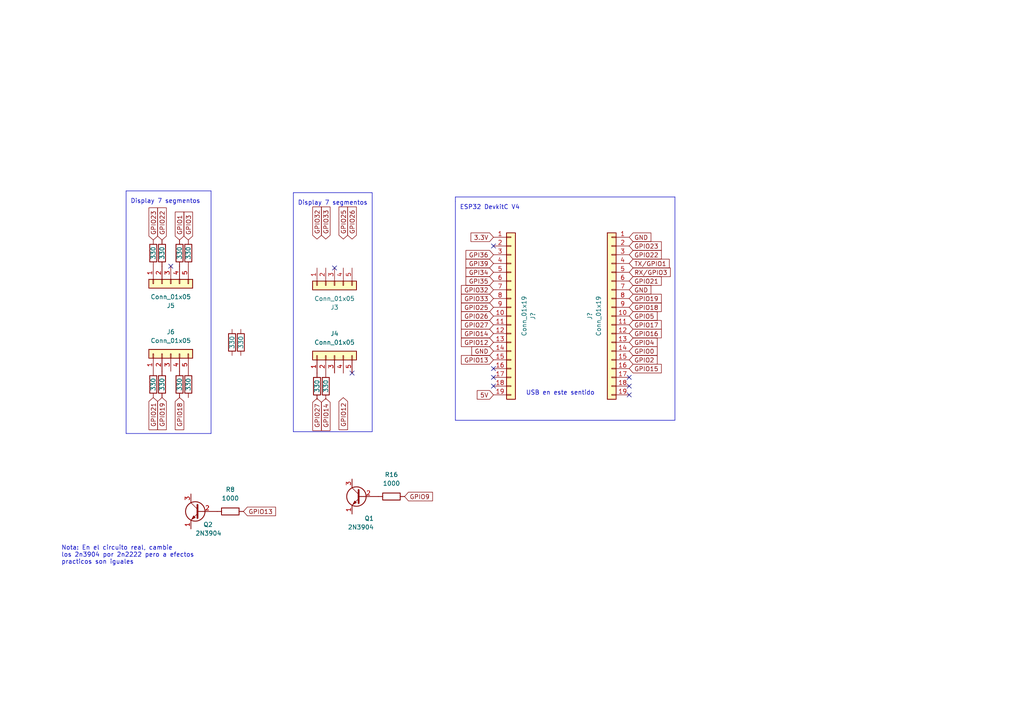
<source format=kicad_sch>
(kicad_sch (version 20231120) (generator "eeschema") (generator_version "8.0")
  (paper "A4")
  (lib_symbols
    (symbol "Connector_Generic:Conn_01x05" (pin_names (offset 1.016) hide)
      (property "Reference" "J" (at 0 7.62 0))
      (property "Value" "Conn_01x05" (at 0 -7.62 0))
      (symbol "Conn_01x05_1_1"
        (rectangle (start -1.27 -4.953) (end 0 -5.207) (stroke (width 0.1524)))
        (rectangle (start -1.27 -2.413) (end 0 -2.667) (stroke (width 0.1524)))
        (rectangle (start -1.27 0.127) (end 0 -0.127) (stroke (width 0.1524)))
        (rectangle (start -1.27 2.667) (end 0 2.413) (stroke (width 0.1524)))
        (rectangle (start -1.27 5.207) (end 0 4.953) (stroke (width 0.1524)))
        (rectangle (start -1.27 6.35) (end 1.27 -6.35) (stroke (width 0.254)) (fill (type background)))
        (pin passive line (at -5.08 5.08 0) (length 3.81) (name "Pin_1") (number "1"))
        (pin passive line (at -5.08 2.54 0) (length 3.81) (name "Pin_2") (number "2"))
        (pin passive line (at -5.08 0 0) (length 3.81) (name "Pin_3") (number "3"))
        (pin passive line (at -5.08 -2.54 0) (length 3.81) (name "Pin_4") (number "4"))
        (pin passive line (at -5.08 -5.08 0) (length 3.81) (name "Pin_5") (number "5"))
      )
    )
    (symbol "Connector_Generic:Conn_01x19" (pin_names (offset 1.016) hide)
      (property "Reference" "J" (at 0 25.4 0))
      (property "Value" "Conn_01x19" (at 0 -25.4 0))
      (symbol "Conn_01x19_1_1"
        (rectangle (start -1.27 -22.733) (end 0 -22.987) (stroke (width 0.1524)))
        (rectangle (start -1.27 -20.193) (end 0 -20.447) (stroke (width 0.1524)))
        (rectangle (start -1.27 -17.653) (end 0 -17.907) (stroke (width 0.1524)))
        (rectangle (start -1.27 -15.113) (end 0 -15.367) (stroke (width 0.1524)))
        (rectangle (start -1.27 -12.573) (end 0 -12.827) (stroke (width 0.1524)))
        (rectangle (start -1.27 -10.033) (end 0 -10.287) (stroke (width 0.1524)))
        (rectangle (start -1.27 -7.493) (end 0 -7.747) (stroke (width 0.1524)))
        (rectangle (start -1.27 -4.953) (end 0 -5.207) (stroke (width 0.1524)))
        (rectangle (start -1.27 -2.413) (end 0 -2.667) (stroke (width 0.1524)))
        (rectangle (start -1.27 0.127) (end 0 -0.127) (stroke (width 0.1524)))
        (rectangle (start -1.27 2.667) (end 0 2.413) (stroke (width 0.1524)))
        (rectangle (start -1.27 5.207) (end 0 4.953) (stroke (width 0.1524)))
        (rectangle (start -1.27 7.747) (end 0 7.493) (stroke (width 0.1524)))
        (rectangle (start -1.27 10.287) (end 0 10.033) (stroke (width 0.1524)))
        (rectangle (start -1.27 12.827) (end 0 12.573) (stroke (width 0.1524)))
        (rectangle (start -1.27 15.367) (end 0 15.113) (stroke (width 0.1524)))
        (rectangle (start -1.27 17.907) (end 0 17.653) (stroke (width 0.1524)))
        (rectangle (start -1.27 20.447) (end 0 20.193) (stroke (width 0.1524)))
        (rectangle (start -1.27 22.987) (end 0 22.733) (stroke (width 0.1524)))
        (rectangle (start -1.27 24.13) (end 1.27 -24.13) (stroke (width 0.254)) (fill (type background)))
        (pin passive line (at -5.08 22.86 0) (length 3.81) (name "Pin_1") (number "1"))
        (pin passive line (at -5.08 0 0) (length 3.81) (name "Pin_10") (number "10"))
        (pin passive line (at -5.08 -2.54 0) (length 3.81) (name "Pin_11") (number "11"))
        (pin passive line (at -5.08 -5.08 0) (length 3.81) (name "Pin_12") (number "12"))
        (pin passive line (at -5.08 -7.62 0) (length 3.81) (name "Pin_13") (number "13"))
        (pin passive line (at -5.08 -10.16 0) (length 3.81) (name "Pin_14") (number "14"))
        (pin passive line (at -5.08 -12.7 0) (length 3.81) (name "Pin_15") (number "15"))
        (pin passive line (at -5.08 -15.24 0) (length 3.81) (name "Pin_16") (number "16"))
        (pin passive line (at -5.08 -17.78 0) (length 3.81) (name "Pin_17") (number "17"))
        (pin passive line (at -5.08 -20.32 0) (length 3.81) (name "Pin_18") (number "18"))
        (pin passive line (at -5.08 -22.86 0) (length 3.81) (name "Pin_19") (number "19"))
        (pin passive line (at -5.08 20.32 0) (length 3.81) (name "Pin_2") (number "2"))
        (pin passive line (at -5.08 17.78 0) (length 3.81) (name "Pin_3") (number "3"))
        (pin passive line (at -5.08 15.24 0) (length 3.81) (name "Pin_4") (number "4"))
        (pin passive line (at -5.08 12.7 0) (length 3.81) (name "Pin_5") (number "5"))
        (pin passive line (at -5.08 10.16 0) (length 3.81) (name "Pin_6") (number "6"))
        (pin passive line (at -5.08 7.62 0) (length 3.81) (name "Pin_7") (number "7"))
        (pin passive line (at -5.08 5.08 0) (length 3.81) (name "Pin_8") (number "8"))
        (pin passive line (at -5.08 2.54 0) (length 3.81) (name "Pin_9") (number "9"))
      )
    )
    (symbol "Device:R" (pin_numbers hide) (pin_names (offset 0))
      (property "Reference" "R" (at 2.032 0 90))
      (property "Value" "R" (at 0 0 90))
      (symbol "R_0_1"
        (rectangle (start -1.016 -2.54) (end 1.016 2.54) (stroke (width 0.254)))
      )
      (symbol "R_1_1"
        (pin passive line (at 0 3.81 270) (length 1.27) (name "~") (number "1"))
        (pin passive line (at 0 -3.81 90) (length 1.27) (name "~") (number "2"))
      )
    )
    (symbol "Transistor_BJT:2N3904" (pin_names (offset 0) hide)
      (property "Reference" "Q" (at 5.08 1.905 0))
      (property "Value" "2N3904" (at 5.08 0 0))
      (symbol "2N3904_0_1"
        (polyline (pts (xy 0.635 0.635) (xy 2.54 2.54)))
        (polyline (pts (xy 0.635 -0.635) (xy 2.54 -2.54) (xy 2.54 -2.54)))
        (polyline (pts (xy 0.635 1.905) (xy 0.635 -1.905) (xy 0.635 -1.905)) (stroke (width 0.508)))
        (polyline (pts (xy 1.27 -1.778) (xy 1.778 -1.27) (xy 2.286 -2.286) (xy 1.27 -1.778) (xy 1.27 -1.778)) (fill (type outline)))
        (circle (center 1.27 0) (radius 2.8194) (stroke (width 0.254)))
      )
      (symbol "2N3904_1_1"
        (pin passive line (at 2.54 -5.08 90) (length 2.54) (name "E") (number "1"))
        (pin passive line (at -5.08 0 0) (length 5.715) (name "B") (number "2"))
        (pin passive line (at 2.54 5.08 270) (length 2.54) (name "C") (number "3"))
      )
    )
  )
  (no_connect (at 143.129 106.9086))
  (no_connect (at 143.129 111.9886))
  (no_connect (at 143.129 109.4486))
  (no_connect (at 102.108 108.204))
  (no_connect (at 97.028 77.724))
  (no_connect (at 182.499 111.9886))
  (no_connect (at 182.499 109.4486))
  (no_connect (at 182.499 114.5286))
  (no_connect (at 49.53 77.216))
  (no_connect (at 143.129 71.3486))
  (polyline (pts (xy 36.576 55.372) (xy 61.214 55.372)))
  (polyline (pts (xy 36.576 125.73) (xy 61.214 125.73)))
  (polyline (pts (xy 195.7578 121.8946) (xy 195.7578 57.1246)))
  (polyline (pts (xy 85.09 55.88) (xy 107.95 55.88)))
  (polyline (pts (xy 85.09 55.88) (xy 85.09 125.222)))
  (polyline (pts (xy 107.95 125.222) (xy 107.95 55.88)))
  (polyline (pts (xy 85.09 125.222) (xy 107.95 125.222)))
  (polyline (pts (xy 132.08 58.42) (xy 132.08 121.92)))
  (polyline (pts (xy 195.7578 57.1246) (xy 132.08 57.1246)))
  (polyline (pts (xy 132.08 121.8946) (xy 195.7578 121.8946)))
  (polyline (pts (xy 61.214 125.73) (xy 61.214 55.372)))
  (polyline (pts (xy 132.08 57.15) (xy 132.08 58.42)))
  (polyline (pts (xy 36.576 55.372) (xy 36.576 125.73)))
  (text "ESP32 DevkitC V4" (at 133.35 60.96 0) (effects (font (size 1.27 1.27)) (justify left bottom)))
  (text "Display 7 segmentos" (at 86.36 59.69 0) (effects (font (size 1.27 1.27)) (justify left bottom)))
  (text "Nota: En el circuito real, cambie\nlos 2n3904 por 2n2222 pero a efectos\npracticos son iguales" (at 17.78 163.83 0) (effects (font (size 1.27 1.27)) (justify left bottom)))
  (text "USB en este sentido" (at 152.527 114.7826 0) (effects (font (size 1.27 1.27)) (justify left bottom)))
  (text "Display 7 segmentos" (at 37.846 59.182 0) (effects (font (size 1.27 1.27)) (justify left bottom)))
  (global_label "GPIO13" (shape input) (at 143.129 104.3686 180) (property "Intersheetrefs" "${INTERSHEET_REFS}" (effects (hide yes))))
  (global_label "GPIO23" (shape input) (at 44.45 69.596 90) (property "Intersheetrefs" "${INTERSHEET_REFS}" (effects (hide yes))))
  (global_label "GPIO16" (shape input) (at 182.499 96.7486 0) (property "Intersheetrefs" "${INTERSHEET_REFS}" (effects (hide yes))))
  (global_label "GPIO25" (shape input) (at 99.568 69.342 90) (property "Intersheetrefs" "${INTERSHEET_REFS}" (effects (hide yes))))
  (global_label "GPIO25" (shape input) (at 143.129 89.1286 180) (property "Intersheetrefs" "${INTERSHEET_REFS}" (effects (hide yes))))
  (global_label "GND" (shape input) (at 143.129 101.8286 180) (property "Intersheetrefs" "${INTERSHEET_REFS}" (effects (hide yes))))
  (global_label "GPIO32" (shape input) (at 91.948 69.342 90) (property "Intersheetrefs" "${INTERSHEET_REFS}" (effects (hide yes))))
  (global_label "GPIO0" (shape input) (at 182.499 101.8286 0) (property "Intersheetrefs" "${INTERSHEET_REFS}" (effects (hide yes))))
  (global_label "GPIO12" (shape input) (at 143.129 99.2886 180) (property "Intersheetrefs" "${INTERSHEET_REFS}" (effects (hide yes))))
  (global_label "GPIO15" (shape input) (at 182.499 106.9086 0) (property "Intersheetrefs" "${INTERSHEET_REFS}" (effects (hide yes))))
  (global_label "GPIO14" (shape input) (at 94.488 115.57 270) (property "Intersheetrefs" "${INTERSHEET_REFS}" (effects (hide yes))))
  (global_label "GPIO21" (shape input) (at 44.45 115.316 270) (property "Intersheetrefs" "${INTERSHEET_REFS}" (effects (hide yes))))
  (global_label "GPIO9" (shape input) (at 117.348 144.018 0) (property "Intersheetrefs" "${INTERSHEET_REFS}" (effects (hide yes))))
  (global_label "GPI39" (shape input) (at 143.129 76.4286 180) (property "Intersheetrefs" "${INTERSHEET_REFS}" (effects (hide yes))))
  (global_label "3.3V" (shape input) (at 143.129 68.8086 180) (property "Intersheetrefs" "${INTERSHEET_REFS}" (effects (hide yes))))
  (global_label "GPIO23" (shape input) (at 182.499 71.3486 0) (property "Intersheetrefs" "${INTERSHEET_REFS}" (effects (hide yes))))
  (global_label "GPI36" (shape input) (at 143.129 73.8886 180) (property "Intersheetrefs" "${INTERSHEET_REFS}" (effects (hide yes))))
  (global_label "GPIO19" (shape input) (at 46.99 115.316 270) (property "Intersheetrefs" "${INTERSHEET_REFS}" (effects (hide yes))))
  (global_label "GPIO27" (shape input) (at 143.129 94.2086 180) (property "Intersheetrefs" "${INTERSHEET_REFS}" (effects (hide yes))))
  (global_label "GPIO32" (shape input) (at 143.129 84.0486 180) (property "Intersheetrefs" "${INTERSHEET_REFS}" (effects (hide yes))))
  (global_label "GPI35" (shape input) (at 143.129 81.5086 180) (property "Intersheetrefs" "${INTERSHEET_REFS}" (effects (hide yes))))
  (global_label "GND" (shape input) (at 182.499 84.0486 0) (property "Intersheetrefs" "${INTERSHEET_REFS}" (effects (hide yes))))
  (global_label "GPIO33" (shape input) (at 94.488 69.342 90) (property "Intersheetrefs" "${INTERSHEET_REFS}" (effects (hide yes))))
  (global_label "GPIO21" (shape input) (at 182.499 81.5086 0) (property "Intersheetrefs" "${INTERSHEET_REFS}" (effects (hide yes))))
  (global_label "5V" (shape input) (at 143.129 114.5286 180) (property "Intersheetrefs" "${INTERSHEET_REFS}" (effects (hide yes))))
  (global_label "GPIO17" (shape input) (at 182.499 94.2086 0) (property "Intersheetrefs" "${INTERSHEET_REFS}" (effects (hide yes))))
  (global_label "GPIO19" (shape input) (at 182.499 86.5886 0) (property "Intersheetrefs" "${INTERSHEET_REFS}" (effects (hide yes))))
  (global_label "GPIO5" (shape input) (at 182.499 91.6686 0) (property "Intersheetrefs" "${INTERSHEET_REFS}" (effects (hide yes))))
  (global_label "GPIO13" (shape input) (at 70.612 148.336 0) (property "Intersheetrefs" "${INTERSHEET_REFS}" (effects (hide yes))))
  (global_label "GPIO22" (shape input) (at 182.499 73.8886 0) (property "Intersheetrefs" "${INTERSHEET_REFS}" (effects (hide yes))))
  (global_label "GPIO12" (shape input) (at 99.568 115.316 270) (property "Intersheetrefs" "${INTERSHEET_REFS}" (effects (hide yes))))
  (global_label "GPIO33" (shape input) (at 143.129 86.5886 180) (property "Intersheetrefs" "${INTERSHEET_REFS}" (effects (hide yes))))
  (global_label "GPIO14" (shape input) (at 143.129 96.7486 180) (property "Intersheetrefs" "${INTERSHEET_REFS}" (effects (hide yes))))
  (global_label "RX{slash}GPIO3" (shape input) (at 182.499 78.9686 0) (property "Intersheetrefs" "${INTERSHEET_REFS}" (effects (hide yes))))
  (global_label "TX{slash}GPIO1" (shape input) (at 182.499 76.4286 0) (property "Intersheetrefs" "${INTERSHEET_REFS}" (effects (hide yes))))
  (global_label "GPIO26" (shape input) (at 143.129 91.6686 180) (property "Intersheetrefs" "${INTERSHEET_REFS}" (effects (hide yes))))
  (global_label "GPIO3" (shape input) (at 54.61 69.596 90) (property "Intersheetrefs" "${INTERSHEET_REFS}" (effects (hide yes))))
  (global_label "GPIO22" (shape input) (at 46.99 69.596 90) (property "Intersheetrefs" "${INTERSHEET_REFS}" (effects (hide yes))))
  (global_label "GPIO18" (shape input) (at 52.07 115.316 270) (property "Intersheetrefs" "${INTERSHEET_REFS}" (effects (hide yes))))
  (global_label "GPIO2" (shape input) (at 182.499 104.3686 0) (property "Intersheetrefs" "${INTERSHEET_REFS}" (effects (hide yes))))
  (global_label "GPI34" (shape input) (at 143.129 78.9686 180) (property "Intersheetrefs" "${INTERSHEET_REFS}" (effects (hide yes))))
  (global_label "GPIO27" (shape input) (at 91.948 115.57 270) (property "Intersheetrefs" "${INTERSHEET_REFS}" (effects (hide yes))))
  (global_label "GPIO26" (shape input) (at 102.108 69.342 90) (property "Intersheetrefs" "${INTERSHEET_REFS}" (effects (hide yes))))
  (global_label "GPIO1" (shape input) (at 52.07 69.596 90) (property "Intersheetrefs" "${INTERSHEET_REFS}" (effects (hide yes))))
  (global_label "GND" (shape input) (at 182.499 68.8086 0) (property "Intersheetrefs" "${INTERSHEET_REFS}" (effects (hide yes))))
  (global_label "GPIO18" (shape input) (at 182.499 89.1286 0) (property "Intersheetrefs" "${INTERSHEET_REFS}" (effects (hide yes))))
  (global_label "GPIO4" (shape input) (at 182.499 99.2886 0) (property "Intersheetrefs" "${INTERSHEET_REFS}" (effects (hide yes))))
  (symbol (lib_id "Device:R") (at 69.85 99.314 180) (unit 1)
    (property "Reference" "R?" (effects (hide yes)))
    (property "Value" "330" (at 69.85 99.314 90))
    (property "Footprint" "Resistor_THT:R_Axial_DIN0207_L6.3mm_D2.5mm_P2.54mm_Vertical" (effects (hide yes)))
  )
  (symbol (lib_id "Device:R") (at 44.45 73.406 180) (unit 1)
    (property "Reference" "R7" (effects (hide yes)))
    (property "Value" "330" (at 44.45 73.406 90))
    (property "Footprint" "Resistor_THT:R_Axial_DIN0207_L6.3mm_D2.5mm_P2.54mm_Vertical" (effects (hide yes)))
  )
  (symbol (lib_id "Device:R") (at 46.99 111.506 180) (unit 1)
    (property "Reference" "R14" (effects (hide yes)))
    (property "Value" "330" (at 46.99 111.506 90))
    (property "Footprint" "Resistor_THT:R_Axial_DIN0207_L6.3mm_D2.5mm_P2.54mm_Vertical" (effects (hide yes)))
  )
  (symbol (lib_id "Device:R") (at 54.61 73.406 180) (unit 1)
    (property "Reference" "R11" (effects (hide yes)))
    (property "Value" "330" (at 54.61 73.406 90))
    (property "Footprint" "Resistor_THT:R_Axial_DIN0207_L6.3mm_D2.5mm_P2.54mm_Vertical" (effects (hide yes)))
  )
  (symbol (lib_id "Device:R") (at 91.948 112.014 180) (unit 1)
    (property "Reference" "R?" (effects (hide yes)))
    (property "Value" "330" (at 91.948 112.014 90))
    (property "Footprint" "Resistor_THT:R_Axial_DIN0207_L6.3mm_D2.5mm_P2.54mm_Vertical" (effects (hide yes)))
  )
  (symbol (lib_id "Device:R") (at 44.45 111.506 180) (unit 1)
    (property "Reference" "R13" (effects (hide yes)))
    (property "Value" "330" (at 44.45 111.506 90))
    (property "Footprint" "Resistor_THT:R_Axial_DIN0207_L6.3mm_D2.5mm_P2.54mm_Vertical" (effects (hide yes)))
  )
  (symbol (lib_id "Connector_Generic:Conn_01x05") (at 49.53 102.616 90) (unit 1)
    (property "Reference" "J6" (at 49.53 96.266 90))
    (property "Value" "Conn_01x05" (at 49.53 98.806 90))
    (property "Footprint" "Connector_PinSocket_2.54mm:PinSocket_1x05_P2.54mm_Vertical" (effects (hide yes)))
  )
  (symbol (lib_id "Connector_Generic:Conn_01x05") (at 97.028 103.124 90) (unit 1)
    (property "Reference" "J4" (at 97.028 96.774 90))
    (property "Value" "Conn_01x05" (at 97.028 99.314 90))
    (property "Footprint" "Connector_PinSocket_2.54mm:PinSocket_1x05_P2.54mm_Vertical" (effects (hide yes)))
  )
  (symbol (lib_id "Device:R") (at 94.488 112.014 180) (unit 1)
    (property "Reference" "R?" (effects (hide yes)))
    (property "Value" "330" (at 94.488 112.014 90))
    (property "Footprint" "Resistor_THT:R_Axial_DIN0207_L6.3mm_D2.5mm_P2.54mm_Vertical" (effects (hide yes)))
  )
  (symbol (lib_id "Transistor_BJT:2N3904") (at 104.648 144.018 0) (mirror y) (unit 1)
    (property "Reference" "Q1" (at 108.458 150.368 0) (effects (justify left)))
    (property "Value" "2N3904" (at 108.458 152.908 0) (effects (justify left)))
    (property "Footprint" "Package_TO_SOT_THT:TO-92_Inline" (effects (hide yes)))
    (property "Datasheet" "https://www.onsemi.com/pub/Collateral/2N3903-D.PDF" (effects (hide yes)))
  )
  (symbol (lib_id "Device:R") (at 52.07 111.506 180) (unit 1)
    (property "Reference" "R?" (effects (hide yes)))
    (property "Value" "330" (at 52.07 111.506 90))
    (property "Footprint" "Resistor_THT:R_Axial_DIN0207_L6.3mm_D2.5mm_P2.54mm_Vertical" (effects (hide yes)))
  )
  (symbol (lib_id "Connector_Generic:Conn_01x05") (at 49.53 82.296 90) (mirror x) (unit 1)
    (property "Reference" "J5" (at 49.53 88.646 90))
    (property "Value" "Conn_01x05" (at 49.53 86.106 90))
    (property "Footprint" "Connector_PinSocket_2.54mm:PinSocket_1x05_P2.54mm_Vertical" (effects (hide yes)))
  )
  (symbol (lib_id "Connector_Generic:Conn_01x19") (at 177.419 91.6686 0) (mirror y) (unit 1)
    (property "Reference" "J?" (at 171.069 91.6686 90))
    (property "Value" "Conn_01x19" (at 173.609 91.6686 90))
  )
  (symbol (lib_id "Connector_Generic:Conn_01x19") (at 148.209 91.6686 0) (unit 1)
    (property "Reference" "J?" (at 154.559 91.6686 90))
    (property "Value" "Conn_01x19" (at 152.019 91.6686 90))
  )
  (symbol (lib_id "Device:R") (at 67.31 99.314 180) (unit 1)
    (property "Reference" "R?" (effects (hide yes)))
    (property "Value" "330" (at 67.31 99.314 90))
    (property "Footprint" "Resistor_THT:R_Axial_DIN0207_L6.3mm_D2.5mm_P2.54mm_Vertical" (effects (hide yes)))
  )
  (symbol (lib_id "Device:R") (at 54.61 111.506 180) (unit 1)
    (property "Reference" "R?" (effects (hide yes)))
    (property "Value" "330" (at 54.61 111.506 90))
    (property "Footprint" "Resistor_THT:R_Axial_DIN0207_L6.3mm_D2.5mm_P2.54mm_Vertical" (effects (hide yes)))
  )
  (symbol (lib_id "Device:R") (at 52.07 73.406 180) (unit 1)
    (property "Reference" "R10" (effects (hide yes)))
    (property "Value" "330" (at 52.07 73.406 90))
    (property "Footprint" "Resistor_THT:R_Axial_DIN0207_L6.3mm_D2.5mm_P2.54mm_Vertical" (effects (hide yes)))
  )
  (symbol (lib_id "Device:R") (at -5.842 70.612 90) (unit 1)
    (property "Reference" "R12" (effects (hide yes)))
    (property "Value" "330" (at -5.842 70.612 90))
    (property "Footprint" "Resistor_THT:R_Axial_DIN0207_L6.3mm_D2.5mm_P2.54mm_Vertical" (effects (hide yes)))
  )
  (symbol (lib_id "Device:R") (at 46.99 73.406 180) (unit 1)
    (property "Reference" "R9" (effects (hide yes)))
    (property "Value" "330" (at 46.99 73.406 90))
    (property "Footprint" "Resistor_THT:R_Axial_DIN0207_L6.3mm_D2.5mm_P2.54mm_Vertical" (effects (hide yes)))
  )
  (symbol (lib_id "Transistor_BJT:2N3904") (at 57.912 148.336 0) (mirror y) (unit 1)
    (property "Reference" "Q2" (at 61.722 152.146 0) (effects (justify left)))
    (property "Value" "2N3904" (at 64.262 154.686 0) (effects (justify left)))
    (property "Footprint" "Package_TO_SOT_THT:TO-92_Inline" (effects (hide yes)))
    (property "Datasheet" "https://www.onsemi.com/pub/Collateral/2N3903-D.PDF" (effects (hide yes)))
  )
  (symbol (lib_id "Device:R") (at 113.538 144.018 90) (unit 1)
    (property "Reference" "R16" (at 113.538 137.668 90))
    (property "Value" "1000" (at 113.538 140.208 90))
    (property "Footprint" "Resistor_THT:R_Axial_DIN0207_L6.3mm_D2.5mm_P2.54mm_Vertical" (effects (hide yes)))
  )
  (symbol (lib_id "Connector_Generic:Conn_01x05") (at 97.028 82.804 90) (mirror x) (unit 1)
    (property "Reference" "J3" (at 97.028 89.154 90))
    (property "Value" "Conn_01x05" (at 97.028 86.614 90))
    (property "Footprint" "Connector_PinSocket_2.54mm:PinSocket_1x05_P2.54mm_Vertical" (effects (hide yes)))
  )
  (symbol (lib_id "Device:R") (at -5.588 93.472 90) (unit 1)
    (property "Reference" "R?" (effects (hide yes)))
    (property "Value" "330" (at -5.588 93.472 90))
    (property "Footprint" "Resistor_THT:R_Axial_DIN0207_L6.3mm_D2.5mm_P2.54mm_Vertical" (effects (hide yes)))
  )
  (symbol (lib_id "Device:R") (at 66.802 148.336 90) (unit 1)
    (property "Reference" "R8" (at 66.802 141.986 90))
    (property "Value" "1000" (at 66.802 144.526 90))
    (property "Footprint" "Resistor_THT:R_Axial_DIN0207_L6.3mm_D2.5mm_P2.54mm_Vertical" (effects (hide yes)))
  )
)
</source>
